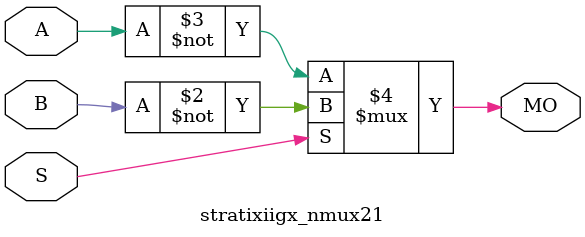
<source format=v>
module stratixiigx_nmux21 (MO, A, B, S);
   input A, B, S; 
   output MO; 
   assign MO = (S == 1) ? ~B : ~A; 
endmodule
</source>
